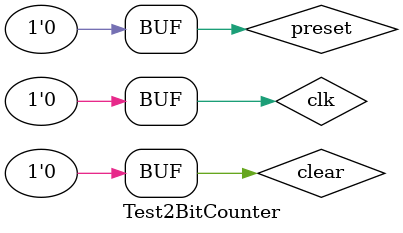
<source format=sv>
`timescale 1ns / 1ps

module Test2BitCounter();
   logic clk;
   logic clear;
   logic preset;
   logic [1:0] Q;
   
   TwoBitUpCounter dut(clk, clear, preset, Q);
   
   initial begin
      preset <= 0;
      clear <= 1;
      #40;
      preset <= 1;
      clear <= 0;
      #40;
      preset <= 0;
   end
   
   always begin
      clk = 1; #5;
      clk = 0; #5;
   end
endmodule
</source>
